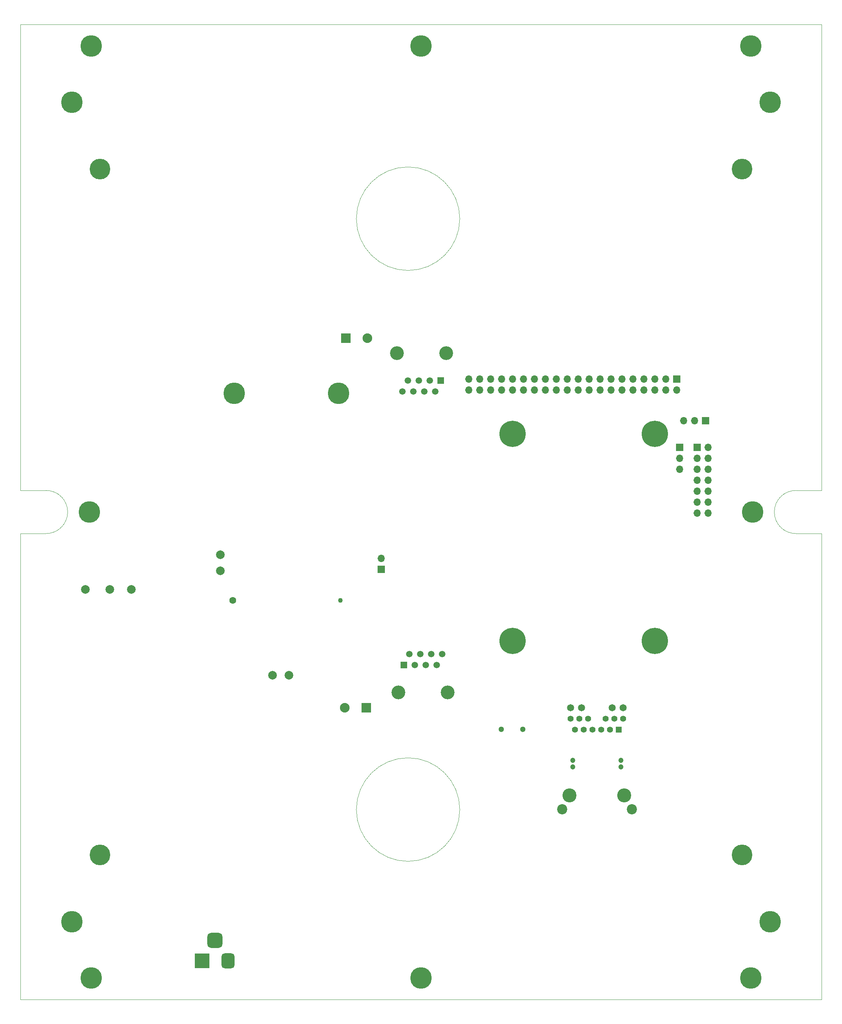
<source format=gbr>
G04 #@! TF.GenerationSoftware,KiCad,Pcbnew,5.99.0-unknown-912657dd23~106~ubuntu20.04.1*
G04 #@! TF.CreationDate,2020-12-28T09:02:07-06:00*
G04 #@! TF.ProjectId,AP3000,41503330-3030-42e6-9b69-6361645f7063,rev?*
G04 #@! TF.SameCoordinates,Original*
G04 #@! TF.FileFunction,Soldermask,Bot*
G04 #@! TF.FilePolarity,Negative*
%FSLAX46Y46*%
G04 Gerber Fmt 4.6, Leading zero omitted, Abs format (unit mm)*
G04 Created by KiCad (PCBNEW 5.99.0-unknown-912657dd23~106~ubuntu20.04.1) date 2020-12-28 09:02:07*
%MOMM*%
%LPD*%
G01*
G04 APERTURE LIST*
G04 Aperture macros list*
%AMRoundRect*
0 Rectangle with rounded corners*
0 $1 Rounding radius*
0 $2 $3 $4 $5 $6 $7 $8 $9 X,Y pos of 4 corners*
0 Add a 4 corners polygon primitive as box body*
4,1,4,$2,$3,$4,$5,$6,$7,$8,$9,$2,$3,0*
0 Add four circle primitives for the rounded corners*
1,1,$1+$1,$2,$3,0*
1,1,$1+$1,$4,$5,0*
1,1,$1+$1,$6,$7,0*
1,1,$1+$1,$8,$9,0*
0 Add four rect primitives between the rounded corners*
20,1,$1+$1,$2,$3,$4,$5,0*
20,1,$1+$1,$4,$5,$6,$7,0*
20,1,$1+$1,$6,$7,$8,$9,0*
20,1,$1+$1,$8,$9,$2,$3,0*%
G04 Aperture macros list end*
G04 #@! TA.AperFunction,Profile*
%ADD10C,0.100000*%
G04 #@! TD*
%ADD11R,3.500000X3.500000*%
%ADD12RoundRect,0.750000X0.750000X1.000000X-0.750000X1.000000X-0.750000X-1.000000X0.750000X-1.000000X0*%
%ADD13RoundRect,0.875000X0.875000X0.875000X-0.875000X0.875000X-0.875000X-0.875000X0.875000X-0.875000X0*%
%ADD14R,1.700000X1.700000*%
%ADD15O,1.700000X1.700000*%
%ADD16C,1.300000*%
%ADD17C,1.100000*%
%ADD18C,5.000000*%
%ADD19C,1.600000*%
%ADD20RoundRect,0.101600X-1.016000X-1.016000X1.016000X-1.016000X1.016000X1.016000X-1.016000X1.016000X0*%
%ADD21C,2.235200*%
%ADD22C,4.800000*%
%ADD23C,2.900000*%
%ADD24C,2.000000*%
%ADD25C,3.200000*%
%ADD26R,1.500000X1.500000*%
%ADD27C,1.500000*%
%ADD28C,6.100000*%
%ADD29R,1.398000X1.398000*%
%ADD30C,1.398000*%
%ADD31C,1.200000*%
%ADD32C,1.650000*%
%ADD33C,2.362500*%
%ADD34C,3.250000*%
%ADD35RoundRect,0.101600X1.016000X1.016000X-1.016000X1.016000X-1.016000X-1.016000X1.016000X-1.016000X0*%
G04 APERTURE END LIST*
D10*
X186000000Y0D02*
X186000000Y-108000000D01*
X6000000Y-118000000D02*
X0Y-118000000D01*
X180000000Y-108000000D02*
X186000000Y-108000000D01*
X186000000Y-118000000D02*
X186000000Y-226000000D01*
X0Y-226000000D02*
X0Y-118000000D01*
X102000000Y-45000000D02*
G75*
G03*
X102000000Y-45000000I-12000000J0D01*
G01*
X102000000Y-181992000D02*
G75*
G03*
X102000000Y-181992000I-12000000J0D01*
G01*
X6000000Y-108000000D02*
X0Y-108000000D01*
X0Y0D02*
X186000000Y0D01*
X180000000Y-118000000D02*
X186000000Y-118000000D01*
X0Y-108000000D02*
X0Y0D01*
X0Y-226000000D02*
X186000000Y-226000000D01*
X6000000Y-108000000D02*
G75*
G02*
X6000000Y-118000000I0J-5000000D01*
G01*
X180000000Y-118000000D02*
G75*
G02*
X180000000Y-108000000I0J5000000D01*
G01*
D11*
X42205999Y-217028000D03*
D12*
X48205999Y-217028000D03*
D13*
X45205999Y-212328000D03*
D14*
X159020000Y-91850000D03*
D15*
X156480000Y-91850000D03*
X153940000Y-91850000D03*
D16*
X116599799Y-163403800D03*
X111599799Y-163403800D03*
D17*
X74289996Y-133509995D03*
D18*
X73889996Y-85459995D03*
X49689996Y-85459995D03*
D19*
X49289996Y-133509995D03*
D20*
X75590000Y-72710000D03*
D21*
X80588720Y-72710000D03*
D22*
X18500000Y-192500000D03*
D23*
X170000000Y-113000000D03*
D18*
X170000000Y-113000000D03*
D23*
X174000000Y-18000000D03*
D18*
X174000000Y-18000000D03*
D24*
X25739000Y-130938000D03*
D14*
X83765000Y-126280000D03*
D15*
X83765000Y-123740000D03*
D23*
X169500000Y-221000000D03*
D18*
X169500000Y-221000000D03*
X93000000Y-221000000D03*
D23*
X93000000Y-221000000D03*
D25*
X99160000Y-154830000D03*
X87730000Y-154830000D03*
D26*
X89000000Y-148480000D03*
D27*
X90270000Y-145940000D03*
X91540000Y-148480000D03*
X92810000Y-145940000D03*
X94080000Y-148480000D03*
X95350000Y-145940000D03*
X96620000Y-148480000D03*
X97890000Y-145940000D03*
D23*
X16000000Y-113000000D03*
D18*
X16000000Y-113000000D03*
D24*
X58505000Y-150877000D03*
X20786000Y-130938000D03*
D23*
X16500000Y-221000000D03*
D18*
X16500000Y-221000000D03*
D14*
X152350000Y-82190000D03*
D15*
X152350000Y-84730000D03*
X149810000Y-82190000D03*
X149810000Y-84730000D03*
X147270000Y-82190000D03*
X147270000Y-84730000D03*
X144730000Y-82190000D03*
X144730000Y-84730000D03*
X142190000Y-82190000D03*
X142190000Y-84730000D03*
X139650000Y-82190000D03*
X139650000Y-84730000D03*
X137110000Y-82190000D03*
X137110000Y-84730000D03*
X134570000Y-82190000D03*
X134570000Y-84730000D03*
X132030000Y-82190000D03*
X132030000Y-84730000D03*
X129490000Y-82190000D03*
X129490000Y-84730000D03*
X126950000Y-82190000D03*
X126950000Y-84730000D03*
X124410000Y-82190000D03*
X124410000Y-84730000D03*
X121870000Y-82190000D03*
X121870000Y-84730000D03*
X119330000Y-82190000D03*
X119330000Y-84730000D03*
X116790000Y-82190000D03*
X116790000Y-84730000D03*
X114250000Y-82190000D03*
X114250000Y-84730000D03*
X111710000Y-82190000D03*
X111710000Y-84730000D03*
X109170000Y-82190000D03*
X109170000Y-84730000D03*
X106630000Y-82190000D03*
X106630000Y-84730000D03*
X104090000Y-82190000D03*
X104090000Y-84730000D03*
D24*
X46424000Y-122937000D03*
D22*
X18500000Y-33500000D03*
D23*
X93000000Y-5000000D03*
D18*
X93000000Y-5000000D03*
D28*
X147239990Y-94885002D03*
X114239990Y-142885002D03*
X114239990Y-94885002D03*
X147239990Y-142885002D03*
D23*
X174000000Y-208000000D03*
D18*
X174000000Y-208000000D03*
D29*
X138930000Y-163500000D03*
D30*
X136898000Y-163500000D03*
X134866000Y-163500000D03*
X132834000Y-163500000D03*
X130802000Y-163500000D03*
X128770000Y-163500000D03*
X139946000Y-160960000D03*
X137914000Y-160960000D03*
X135882000Y-160960000D03*
X131818000Y-160960000D03*
X129786000Y-160960000D03*
X127754000Y-160960000D03*
D31*
X139438000Y-170610000D03*
X128262000Y-170610000D03*
X139438000Y-172100000D03*
X128262000Y-172100000D03*
D32*
X139946000Y-158420000D03*
X137406000Y-158420000D03*
X130294000Y-158420000D03*
X127754000Y-158420000D03*
D33*
X141915000Y-181915000D03*
X125785000Y-181915000D03*
D34*
X127500000Y-178740000D03*
X140200000Y-178740000D03*
D14*
X153040000Y-98010000D03*
D15*
X153040000Y-100550000D03*
X153040000Y-103090000D03*
D35*
X80340000Y-158410000D03*
D21*
X75341280Y-158410000D03*
D23*
X169500000Y-5000000D03*
D18*
X169500000Y-5000000D03*
D14*
X157090000Y-98010000D03*
D15*
X159630000Y-98010000D03*
X157090000Y-100550000D03*
X159630000Y-100550000D03*
X157090000Y-103090000D03*
X159630000Y-103090000D03*
X157090000Y-105630000D03*
X159630000Y-105630000D03*
X157090000Y-108170000D03*
X159630000Y-108170000D03*
X157090000Y-110710000D03*
X159630000Y-110710000D03*
X157090000Y-113250000D03*
X159630000Y-113250000D03*
D18*
X12000000Y-18000000D03*
D23*
X12000000Y-18000000D03*
D25*
X87405000Y-76130000D03*
X98835000Y-76130000D03*
D26*
X97565000Y-82480000D03*
D27*
X96295000Y-85020000D03*
X95025000Y-82480000D03*
X93755000Y-85020000D03*
X92485000Y-82480000D03*
X91215000Y-85020000D03*
X89945000Y-82480000D03*
X88675000Y-85020000D03*
D24*
X46440000Y-126620000D03*
X15071000Y-130938000D03*
D22*
X167500000Y-192500000D03*
X167500000Y-33500000D03*
D24*
X62315000Y-150877000D03*
D23*
X12000000Y-208000000D03*
D18*
X12000000Y-208000000D03*
X16500000Y-5000000D03*
D23*
X16500000Y-5000000D03*
M02*

</source>
